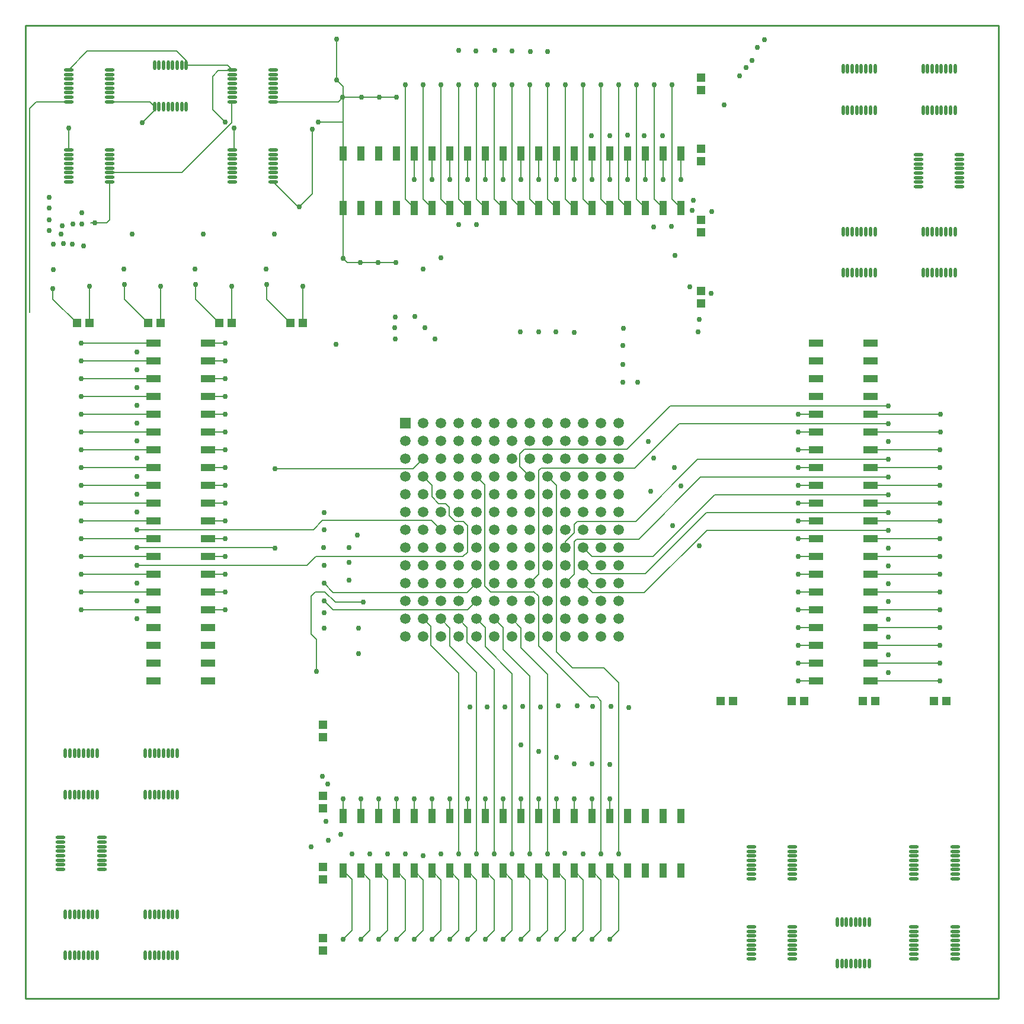
<source format=gbl>
G04 Layer_Physical_Order=4*
G04 Layer_Color=16711680*
%FSLAX25Y25*%
%MOIN*%
G70*
G01*
G75*
%ADD11O,0.01870X0.05512*%
%ADD12R,0.03937X0.07874*%
%ADD13R,0.07874X0.03937*%
%ADD14O,0.05512X0.01870*%
%ADD16R,0.05000X0.05000*%
%ADD17R,0.05000X0.05000*%
%ADD18C,0.00700*%
%ADD19C,0.01000*%
%ADD20C,0.05906*%
%ADD21R,0.05906X0.05906*%
%ADD22C,0.03000*%
D11*
X456793Y43114D02*
D03*
X459352D02*
D03*
X461911D02*
D03*
X464470D02*
D03*
X467029D02*
D03*
X469589D02*
D03*
X472148D02*
D03*
X474707D02*
D03*
X456793Y19886D02*
D03*
X459352D02*
D03*
X461911D02*
D03*
X464470D02*
D03*
X467029D02*
D03*
X469589D02*
D03*
X472148D02*
D03*
X474707D02*
D03*
X90607Y501886D02*
D03*
X88048D02*
D03*
X85489D02*
D03*
X82929D02*
D03*
X80370D02*
D03*
X77811D02*
D03*
X75252D02*
D03*
X72693D02*
D03*
X90607Y525114D02*
D03*
X88048D02*
D03*
X85489D02*
D03*
X82929D02*
D03*
X80370D02*
D03*
X77811D02*
D03*
X75252D02*
D03*
X72693D02*
D03*
X40457Y114886D02*
D03*
X37898D02*
D03*
X35339D02*
D03*
X32780D02*
D03*
X30220D02*
D03*
X27661D02*
D03*
X25102D02*
D03*
X22543D02*
D03*
X40457Y138114D02*
D03*
X37898D02*
D03*
X35339D02*
D03*
X32780D02*
D03*
X30220D02*
D03*
X27661D02*
D03*
X25102D02*
D03*
X22543D02*
D03*
X67543D02*
D03*
X70102D02*
D03*
X72661D02*
D03*
X75220D02*
D03*
X77780D02*
D03*
X80339D02*
D03*
X82898D02*
D03*
X85457D02*
D03*
X67543Y114886D02*
D03*
X70102D02*
D03*
X72661D02*
D03*
X75220D02*
D03*
X77780D02*
D03*
X80339D02*
D03*
X82898D02*
D03*
X85457D02*
D03*
X505043Y431614D02*
D03*
X507602D02*
D03*
X510161D02*
D03*
X512720D02*
D03*
X515280D02*
D03*
X517839D02*
D03*
X520398D02*
D03*
X522957D02*
D03*
X505043Y408386D02*
D03*
X507602D02*
D03*
X510161D02*
D03*
X512720D02*
D03*
X515280D02*
D03*
X517839D02*
D03*
X520398D02*
D03*
X522957D02*
D03*
X477957D02*
D03*
X475398D02*
D03*
X472839D02*
D03*
X470280D02*
D03*
X467720D02*
D03*
X465161D02*
D03*
X462602D02*
D03*
X460043D02*
D03*
X477957Y431614D02*
D03*
X475398D02*
D03*
X472839D02*
D03*
X470280D02*
D03*
X467720D02*
D03*
X465161D02*
D03*
X462602D02*
D03*
X460043D02*
D03*
X505043Y523114D02*
D03*
X507602D02*
D03*
X510161D02*
D03*
X512720D02*
D03*
X515280D02*
D03*
X517839D02*
D03*
X520398D02*
D03*
X522957D02*
D03*
X505043Y499886D02*
D03*
X507602D02*
D03*
X510161D02*
D03*
X512720D02*
D03*
X515280D02*
D03*
X517839D02*
D03*
X520398D02*
D03*
X522957D02*
D03*
X477957D02*
D03*
X475398D02*
D03*
X472839D02*
D03*
X470280D02*
D03*
X467720D02*
D03*
X465161D02*
D03*
X462602D02*
D03*
X460043D02*
D03*
X477957Y523114D02*
D03*
X475398D02*
D03*
X472839D02*
D03*
X470280D02*
D03*
X467720D02*
D03*
X465161D02*
D03*
X462602D02*
D03*
X460043D02*
D03*
X67543Y47614D02*
D03*
X70102D02*
D03*
X72661D02*
D03*
X75220D02*
D03*
X77780D02*
D03*
X80339D02*
D03*
X82898D02*
D03*
X85457D02*
D03*
X67543Y24386D02*
D03*
X70102D02*
D03*
X72661D02*
D03*
X75220D02*
D03*
X77780D02*
D03*
X80339D02*
D03*
X82898D02*
D03*
X85457D02*
D03*
X40457D02*
D03*
X37898D02*
D03*
X35339D02*
D03*
X32780D02*
D03*
X30220D02*
D03*
X27661D02*
D03*
X25102D02*
D03*
X22543D02*
D03*
X40457Y47614D02*
D03*
X37898D02*
D03*
X35339D02*
D03*
X32780D02*
D03*
X30220D02*
D03*
X27661D02*
D03*
X25102D02*
D03*
X22543D02*
D03*
D12*
X328750Y444646D02*
D03*
X348750D02*
D03*
X358750D02*
D03*
X368750D02*
D03*
X338750D02*
D03*
X288750D02*
D03*
X318750D02*
D03*
X308750D02*
D03*
X298750D02*
D03*
X278750D02*
D03*
X238750D02*
D03*
X268750D02*
D03*
X258750D02*
D03*
X248750D02*
D03*
X228750D02*
D03*
X188750D02*
D03*
X218750D02*
D03*
X208750D02*
D03*
X198750D02*
D03*
X178750D02*
D03*
Y475354D02*
D03*
X198750D02*
D03*
X208750D02*
D03*
X218750D02*
D03*
X188750D02*
D03*
X228750D02*
D03*
X248750D02*
D03*
X258750D02*
D03*
X268750D02*
D03*
X238750D02*
D03*
X278750D02*
D03*
X298750D02*
D03*
X308750D02*
D03*
X318750D02*
D03*
X288750D02*
D03*
X338750D02*
D03*
X368750D02*
D03*
X358750D02*
D03*
X348750D02*
D03*
X328750D02*
D03*
X218750Y102854D02*
D03*
X198750D02*
D03*
X188750D02*
D03*
X178750D02*
D03*
X208750D02*
D03*
X258750D02*
D03*
X228750D02*
D03*
X238750D02*
D03*
X248750D02*
D03*
X268750D02*
D03*
X308750D02*
D03*
X278750D02*
D03*
X288750D02*
D03*
X298750D02*
D03*
X318750D02*
D03*
X358750D02*
D03*
X328750D02*
D03*
X338750D02*
D03*
X348750D02*
D03*
X368750D02*
D03*
Y72146D02*
D03*
X348750D02*
D03*
X338750D02*
D03*
X328750D02*
D03*
X358750D02*
D03*
X318750D02*
D03*
X298750D02*
D03*
X288750D02*
D03*
X278750D02*
D03*
X308750D02*
D03*
X268750D02*
D03*
X248750D02*
D03*
X238750D02*
D03*
X228750D02*
D03*
X258750D02*
D03*
X208750D02*
D03*
X178750D02*
D03*
X188750D02*
D03*
X198750D02*
D03*
X218750D02*
D03*
D13*
X444646Y218750D02*
D03*
Y198750D02*
D03*
Y188750D02*
D03*
Y178750D02*
D03*
Y208750D02*
D03*
Y258750D02*
D03*
Y228750D02*
D03*
Y238750D02*
D03*
Y248750D02*
D03*
Y268750D02*
D03*
Y308750D02*
D03*
Y278750D02*
D03*
Y288750D02*
D03*
Y298750D02*
D03*
Y318750D02*
D03*
Y358750D02*
D03*
Y328750D02*
D03*
Y338750D02*
D03*
Y348750D02*
D03*
Y368750D02*
D03*
X475354D02*
D03*
Y348750D02*
D03*
Y338750D02*
D03*
Y328750D02*
D03*
Y358750D02*
D03*
Y318750D02*
D03*
Y298750D02*
D03*
Y288750D02*
D03*
Y278750D02*
D03*
Y308750D02*
D03*
Y268750D02*
D03*
Y248750D02*
D03*
Y238750D02*
D03*
Y228750D02*
D03*
Y258750D02*
D03*
Y208750D02*
D03*
Y178750D02*
D03*
Y188750D02*
D03*
Y198750D02*
D03*
Y218750D02*
D03*
X102854Y328750D02*
D03*
Y348750D02*
D03*
Y358750D02*
D03*
Y368750D02*
D03*
Y338750D02*
D03*
Y288750D02*
D03*
Y318750D02*
D03*
Y308750D02*
D03*
Y298750D02*
D03*
Y278750D02*
D03*
Y238750D02*
D03*
Y268750D02*
D03*
Y258750D02*
D03*
Y248750D02*
D03*
Y228750D02*
D03*
Y188750D02*
D03*
Y218750D02*
D03*
Y208750D02*
D03*
Y198750D02*
D03*
Y178750D02*
D03*
X72146D02*
D03*
Y198750D02*
D03*
Y208750D02*
D03*
Y218750D02*
D03*
Y188750D02*
D03*
Y228750D02*
D03*
Y248750D02*
D03*
Y258750D02*
D03*
Y268750D02*
D03*
Y238750D02*
D03*
Y278750D02*
D03*
Y298750D02*
D03*
Y308750D02*
D03*
Y318750D02*
D03*
Y288750D02*
D03*
Y338750D02*
D03*
Y368750D02*
D03*
Y358750D02*
D03*
Y348750D02*
D03*
Y328750D02*
D03*
D14*
X43114Y90707D02*
D03*
Y88148D02*
D03*
Y85589D02*
D03*
Y83030D02*
D03*
Y80471D02*
D03*
Y77911D02*
D03*
Y75352D02*
D03*
Y72793D02*
D03*
X19886Y90707D02*
D03*
Y88148D02*
D03*
Y85589D02*
D03*
Y83030D02*
D03*
Y80471D02*
D03*
Y77911D02*
D03*
Y75352D02*
D03*
Y72793D02*
D03*
X525614Y474707D02*
D03*
Y472148D02*
D03*
Y469589D02*
D03*
Y467029D02*
D03*
Y464470D02*
D03*
Y461911D02*
D03*
Y459352D02*
D03*
Y456793D02*
D03*
X502386Y474707D02*
D03*
Y472148D02*
D03*
Y469589D02*
D03*
Y467029D02*
D03*
Y464470D02*
D03*
Y461911D02*
D03*
Y459352D02*
D03*
Y456793D02*
D03*
X499886Y67543D02*
D03*
Y70102D02*
D03*
Y72661D02*
D03*
Y75220D02*
D03*
Y77780D02*
D03*
Y80339D02*
D03*
Y82898D02*
D03*
Y85457D02*
D03*
X523114Y67543D02*
D03*
Y70102D02*
D03*
Y72661D02*
D03*
Y75220D02*
D03*
Y77780D02*
D03*
Y80339D02*
D03*
Y82898D02*
D03*
Y85457D02*
D03*
X431614Y40457D02*
D03*
Y37898D02*
D03*
Y35339D02*
D03*
Y32780D02*
D03*
Y30220D02*
D03*
Y27661D02*
D03*
Y25102D02*
D03*
Y22543D02*
D03*
X408386Y40457D02*
D03*
Y37898D02*
D03*
Y35339D02*
D03*
Y32780D02*
D03*
Y30220D02*
D03*
Y27661D02*
D03*
Y25102D02*
D03*
Y22543D02*
D03*
Y67543D02*
D03*
Y70102D02*
D03*
Y72661D02*
D03*
Y75220D02*
D03*
Y77780D02*
D03*
Y80339D02*
D03*
Y82898D02*
D03*
Y85457D02*
D03*
X431614Y67543D02*
D03*
Y70102D02*
D03*
Y72661D02*
D03*
Y75220D02*
D03*
Y77780D02*
D03*
Y80339D02*
D03*
Y82898D02*
D03*
Y85457D02*
D03*
X47614Y477457D02*
D03*
Y474898D02*
D03*
Y472339D02*
D03*
Y469780D02*
D03*
Y467220D02*
D03*
Y464661D02*
D03*
Y462102D02*
D03*
Y459543D02*
D03*
X24386Y477457D02*
D03*
Y474898D02*
D03*
Y472339D02*
D03*
Y469780D02*
D03*
Y467220D02*
D03*
Y464661D02*
D03*
Y462102D02*
D03*
Y459543D02*
D03*
X139614Y477457D02*
D03*
Y474898D02*
D03*
Y472339D02*
D03*
Y469780D02*
D03*
Y467220D02*
D03*
Y464661D02*
D03*
Y462102D02*
D03*
Y459543D02*
D03*
X116386Y477457D02*
D03*
Y474898D02*
D03*
Y472339D02*
D03*
Y469780D02*
D03*
Y467220D02*
D03*
Y464661D02*
D03*
Y462102D02*
D03*
Y459543D02*
D03*
X116386Y504543D02*
D03*
Y507102D02*
D03*
Y509661D02*
D03*
Y512220D02*
D03*
Y514780D02*
D03*
Y517339D02*
D03*
Y519898D02*
D03*
Y522457D02*
D03*
X139614Y504543D02*
D03*
Y507102D02*
D03*
Y509661D02*
D03*
Y512220D02*
D03*
Y514780D02*
D03*
Y517339D02*
D03*
Y519898D02*
D03*
Y522457D02*
D03*
X523114Y40457D02*
D03*
Y37898D02*
D03*
Y35339D02*
D03*
Y32780D02*
D03*
Y30220D02*
D03*
Y27661D02*
D03*
Y25102D02*
D03*
Y22543D02*
D03*
X499886Y40457D02*
D03*
Y37898D02*
D03*
Y35339D02*
D03*
Y32780D02*
D03*
Y30220D02*
D03*
Y27661D02*
D03*
Y25102D02*
D03*
Y22543D02*
D03*
X24386Y504543D02*
D03*
Y507102D02*
D03*
Y509661D02*
D03*
Y512220D02*
D03*
Y514780D02*
D03*
Y517339D02*
D03*
Y519898D02*
D03*
Y522457D02*
D03*
X47614Y504543D02*
D03*
Y507102D02*
D03*
Y509661D02*
D03*
Y512220D02*
D03*
Y514780D02*
D03*
Y517339D02*
D03*
Y519898D02*
D03*
Y522457D02*
D03*
D16*
X511000Y167500D02*
D03*
X518000D02*
D03*
X431000D02*
D03*
X438000D02*
D03*
X471000D02*
D03*
X478000D02*
D03*
X391000D02*
D03*
X398000D02*
D03*
X156200Y380000D02*
D03*
X149200D02*
D03*
X116200D02*
D03*
X109200D02*
D03*
X76200D02*
D03*
X69200D02*
D03*
X36200D02*
D03*
X29200D02*
D03*
D17*
X167500Y114000D02*
D03*
Y107000D02*
D03*
Y154000D02*
D03*
Y147000D02*
D03*
Y74000D02*
D03*
Y67000D02*
D03*
Y34000D02*
D03*
Y27000D02*
D03*
X380000Y391000D02*
D03*
Y398000D02*
D03*
Y431000D02*
D03*
Y438000D02*
D03*
Y471000D02*
D03*
Y478000D02*
D03*
Y511000D02*
D03*
Y518000D02*
D03*
D18*
X2350Y386000D02*
Y500900D01*
X5993Y504543D01*
X24386D01*
X116200Y492870D02*
Y504358D01*
X87992Y464661D02*
X116200Y492870D01*
Y504358D02*
X116386Y504543D01*
X47614Y464661D02*
X87992D01*
X15600Y393600D02*
X29200Y380000D01*
X15600Y393600D02*
Y399400D01*
X55700Y393500D02*
X69200Y380000D01*
X55700Y393500D02*
Y401700D01*
X95700Y393500D02*
X109200Y380000D01*
X95700Y393500D02*
Y401700D01*
X135700Y393500D02*
X149200Y380000D01*
X135700Y393500D02*
Y401700D01*
X156100Y380100D02*
Y400700D01*
Y380100D02*
X156200Y380000D01*
X116100Y380100D02*
Y400700D01*
Y380100D02*
X116200Y380000D01*
X76100Y380100D02*
Y400700D01*
Y380100D02*
X76200Y380000D01*
X36100Y380100D02*
X36200Y380000D01*
X36100Y380100D02*
Y400700D01*
X90333Y525388D02*
X90607Y525114D01*
X90333Y525388D02*
Y527881D01*
X85214Y533000D02*
X90333Y527881D01*
X34929Y533000D02*
X85214D01*
X24386Y522457D02*
X34929Y533000D01*
X24386Y477457D02*
X24400Y477471D01*
Y489900D01*
X47614Y438114D02*
Y459543D01*
X45900Y436400D02*
X47614Y438114D01*
X36800Y436400D02*
X45900D01*
X72693Y499793D02*
Y501886D01*
X65800Y492900D02*
X72693Y499793D01*
X70036Y504543D02*
X72693Y501886D01*
X47614Y504543D02*
X70036D01*
X161300Y452700D02*
Y489100D01*
X154200Y445600D02*
X161300Y452700D01*
X153558Y445600D02*
X154200D01*
X139614Y459543D02*
X153558Y445600D01*
X90607Y525114D02*
X113728D01*
X116386Y522457D01*
X108583Y522183D02*
X116112D01*
X105300Y518900D02*
X108583Y522183D01*
X105300Y500200D02*
Y518900D01*
Y500200D02*
X112400Y493100D01*
X116112Y522183D02*
X116386Y522457D01*
X178750Y493100D02*
Y507100D01*
Y513150D01*
X176043Y504543D02*
X178600Y507100D01*
X139614Y504543D02*
X176043D01*
X116386Y477457D02*
X117500Y478571D01*
Y489900D01*
X178750Y475354D02*
Y493100D01*
X164700D02*
X178750D01*
X175200Y516700D02*
Y539900D01*
X199000Y507100D02*
X208700D01*
X189100D02*
X199000D01*
X178750D02*
X189100D01*
X178600D02*
X178750D01*
X175200Y516700D02*
X178750Y513150D01*
Y444646D02*
Y475354D01*
Y416450D02*
X181204Y413996D01*
X178750Y416450D02*
Y444646D01*
X181204Y413996D02*
X188600D01*
X198600D02*
X208600D01*
X188600D02*
X198600D01*
X283750Y233750D02*
X288700Y238700D01*
Y297100D01*
X290000Y298400D01*
X280700Y309200D02*
X338600D01*
X278100Y306600D02*
X280700Y309200D01*
X278100Y299400D02*
Y306600D01*
Y299400D02*
X283750Y293750D01*
X285600Y228900D02*
X285900Y229200D01*
X261800Y228900D02*
X285600D01*
X258500Y232200D02*
X261800Y228900D01*
X285900Y229200D02*
X288700Y226400D01*
X258500Y232200D02*
Y289000D01*
X290000Y298400D02*
X342700D01*
X367700Y323400D01*
X485500D01*
X338600Y309200D02*
X362800Y333400D01*
X485500D01*
X378100Y303400D02*
X485500D01*
X343300Y268600D02*
X378100Y303400D01*
X310600Y268600D02*
X343300D01*
X308700Y266700D02*
X310600Y268600D01*
X308700Y262100D02*
Y266700D01*
X303750Y257150D02*
X308700Y262100D01*
X303750Y253750D02*
Y257150D01*
Y233750D02*
X308700Y238700D01*
Y257000D01*
X310200Y258500D01*
X345000D01*
X379900Y293400D01*
X485500D01*
X313750Y253750D02*
X318800Y248700D01*
X353100D01*
X387800Y283400D01*
X485500D01*
X348700Y239000D02*
X383100Y273400D01*
X318500Y239000D02*
X348700D01*
X313750Y243750D02*
X318500Y239000D01*
X383100Y273400D02*
X485500D01*
X313750Y233550D02*
X319000Y228300D01*
X313750Y233550D02*
Y233750D01*
X319000Y228300D02*
X348200D01*
X383300Y263400D01*
X485500D01*
X514804Y328750D02*
X515054Y328500D01*
X475809Y328750D02*
X514804D01*
Y318750D02*
X515054Y318500D01*
X475809Y318750D02*
X514804D01*
X475354D02*
X514350D01*
X514600Y318500D01*
X475354Y308750D02*
X514350D01*
X514600Y308500D01*
X475354Y298750D02*
X514350D01*
X514600Y298500D01*
X475354Y288750D02*
X514350D01*
X514600Y288500D01*
X475354Y278750D02*
X514350D01*
X514600Y278500D01*
X475354Y258750D02*
X514350D01*
X514600Y258500D01*
X475354Y268750D02*
X514350D01*
X514600Y268500D01*
X475354Y248750D02*
X514350D01*
X514600Y248500D01*
X475354Y238750D02*
X514350D01*
X514600Y238500D01*
X475354Y228750D02*
X514350D01*
X514600Y228500D01*
X475354Y218750D02*
X514350D01*
X514600Y218500D01*
X475354Y208750D02*
X514350D01*
X514600Y208500D01*
X475354Y198750D02*
X514350D01*
X514600Y198500D01*
X475354Y188750D02*
X514350D01*
X514600Y188500D01*
X514350Y178750D02*
X514600Y178500D01*
X475354Y178750D02*
X514350D01*
X333800Y81300D02*
Y177700D01*
X293946Y81446D02*
Y182554D01*
X293800Y81300D02*
X293946Y81446D01*
X278900Y197600D02*
X293946Y182554D01*
X263946Y81446D02*
Y185154D01*
X263800Y81300D02*
X263946Y81446D01*
X248600Y200500D02*
X263946Y185154D01*
X253946Y81446D02*
Y183454D01*
X253800Y81300D02*
X253946Y81446D01*
X238900Y198500D02*
X253946Y183454D01*
X323800Y81300D02*
Y167600D01*
X321700Y169700D02*
X323800Y167600D01*
X317400Y169700D02*
X321700D01*
X325500Y186000D02*
X333800Y177700D01*
X434950Y178750D02*
X444646D01*
X434950Y188750D02*
X444646D01*
X434950Y198750D02*
X444646D01*
X434950Y208750D02*
X444646D01*
X434950Y218750D02*
X444646D01*
X434950Y228750D02*
X444646D01*
X434950Y238750D02*
X444646D01*
X434950Y248750D02*
X444646D01*
X434950Y258750D02*
X444646D01*
X434950Y268750D02*
X444646D01*
X434950Y278750D02*
X444646D01*
X434950Y288750D02*
X444646D01*
X434950Y298750D02*
X444646D01*
X434950Y308750D02*
X444646D01*
X434950Y318750D02*
X444646D01*
X434950Y328750D02*
X444646D01*
X172954Y218900D02*
X248900D01*
X174300Y223000D02*
X190200D01*
X168500Y228800D02*
X174300Y223000D01*
X163200Y228800D02*
X168500D01*
X160900Y226500D02*
X163200Y228800D01*
X160900Y205000D02*
Y226500D01*
Y205000D02*
X163700Y202200D01*
Y184000D02*
Y202200D01*
X218200Y298200D02*
X223750Y303750D01*
X140400Y298200D02*
X218200D01*
X62850Y253850D02*
X140450D01*
X140500Y253800D01*
X223750Y293750D02*
X228700Y288800D01*
Y282300D02*
Y288800D01*
Y282300D02*
X232500Y278500D01*
X236400D01*
X238400Y276500D01*
Y271700D02*
Y276500D01*
Y271700D02*
X241700Y268400D01*
X246300D01*
X248700Y266000D01*
Y251200D02*
Y266000D01*
X246200Y248700D02*
X248700Y251200D01*
X163300Y248700D02*
X246200D01*
X158450Y243850D02*
X163300Y248700D01*
X62850Y243850D02*
X158450D01*
X228500Y269000D02*
X233750Y263750D01*
X167200Y269000D02*
X228500D01*
X162050Y263850D02*
X167200Y269000D01*
X62850Y263850D02*
X162050D01*
X167954Y223900D02*
X172954Y218900D01*
X248900D02*
X253750Y223750D01*
X248600Y228600D02*
X253750Y233750D01*
X173254Y228600D02*
X248600D01*
X167954Y233900D02*
X173254Y228600D01*
X102854Y218750D02*
X112550D01*
X102854Y228750D02*
X112550D01*
X102854Y238750D02*
X112550D01*
X102854Y248750D02*
X112550D01*
X102854Y258750D02*
X112550D01*
X102854Y268750D02*
X112550D01*
X102854Y278750D02*
X112550D01*
X102854Y288750D02*
X112550D01*
X102854Y298750D02*
X112550D01*
X102854Y308750D02*
X112550D01*
X102854Y318750D02*
X112550D01*
X102854Y328750D02*
X112550D01*
X102854Y338750D02*
X112550D01*
X102854Y348750D02*
X112550D01*
X102854Y358750D02*
X112550D01*
X102854Y368750D02*
X112550D01*
X31500D02*
X72146D01*
X31500Y218750D02*
X72146D01*
X31500Y228750D02*
X72146D01*
X31500Y238750D02*
X72146D01*
X31500Y248750D02*
X72146D01*
X31500Y258750D02*
X72146D01*
X31500Y268750D02*
X72146D01*
X31500Y278750D02*
X72146D01*
X31500Y288750D02*
X72146D01*
X31500Y298750D02*
X72146D01*
X31500Y308750D02*
X72146D01*
X31500Y318750D02*
X72146D01*
X31500Y328750D02*
X72146D01*
X31500Y338750D02*
X72146D01*
X31500Y348750D02*
X72146D01*
X31500Y358750D02*
X72146D01*
X288700Y198400D02*
X317400Y169700D01*
X288700Y198400D02*
Y226400D01*
X253750Y293750D02*
X258500Y289000D01*
X293750Y293750D02*
X298800Y288700D01*
Y195100D02*
Y288700D01*
Y195100D02*
X307900Y186000D01*
X325500D01*
X273750Y213750D02*
X278900Y208600D01*
Y197600D02*
Y208600D01*
X263750Y213750D02*
X268700Y208800D01*
Y196600D02*
Y208800D01*
Y196600D02*
X283946Y181354D01*
Y81446D02*
Y181354D01*
X283800Y81300D02*
X283946Y81446D01*
X253750Y213750D02*
X258800Y208700D01*
Y198000D02*
Y208700D01*
Y198000D02*
X273946Y182854D01*
Y81446D02*
Y182854D01*
X273800Y81300D02*
X273946Y81446D01*
X243750Y213750D02*
X248600Y208900D01*
Y200500D02*
Y208900D01*
X233750Y213750D02*
X238900Y208600D01*
Y198500D02*
Y208600D01*
X223750Y213750D02*
X228200Y209300D01*
Y198800D02*
Y209300D01*
Y198800D02*
X243800Y183200D01*
Y81300D02*
Y183200D01*
X328750Y33450D02*
X333850Y38550D01*
Y66946D01*
X328700Y72096D02*
X333850Y66946D01*
X318750Y33450D02*
X323850Y38550D01*
Y66946D01*
X318700Y72096D02*
X323850Y66946D01*
X308750Y33450D02*
X313850Y38550D01*
Y66946D01*
X308700Y72096D02*
X313850Y66946D01*
X298750Y33450D02*
X303850Y38550D01*
Y66946D01*
X298700Y72096D02*
X303850Y66946D01*
X288750Y33450D02*
X293850Y38550D01*
Y66946D01*
X288700Y72096D02*
X293850Y66946D01*
X278750Y33450D02*
X283850Y38550D01*
Y66946D01*
X278700Y72096D02*
X283850Y66946D01*
X268750Y33450D02*
X273850Y38550D01*
Y66946D01*
X268700Y72096D02*
X273850Y66946D01*
X258750Y33450D02*
X263850Y38550D01*
Y66946D01*
X258700Y72096D02*
X263850Y66946D01*
X248750Y33450D02*
X253850Y38550D01*
Y66946D01*
X248700Y72096D02*
X253850Y66946D01*
X238750Y33450D02*
X243850Y38550D01*
Y66946D01*
X238700Y72096D02*
X243850Y66946D01*
X228750Y33450D02*
X233850Y38550D01*
Y66946D01*
X228700Y72096D02*
X233850Y66946D01*
X218700Y72096D02*
X223850Y66946D01*
Y38550D02*
Y66946D01*
X218750Y33450D02*
X223850Y38550D01*
X208700Y72096D02*
X213850Y66946D01*
Y38550D02*
Y66946D01*
X208750Y33450D02*
X213850Y38550D01*
X188700Y72096D02*
X193850Y66946D01*
Y38550D02*
Y66946D01*
X188750Y33450D02*
X193850Y38550D01*
X198700Y72096D02*
X203850Y66946D01*
Y38550D02*
Y66946D01*
X198750Y33450D02*
X203850Y38550D01*
X178800Y33500D02*
X183900Y38600D01*
Y66996D01*
X178750Y72146D02*
X183900Y66996D01*
X328750Y102854D02*
Y112450D01*
X318750Y102854D02*
Y112450D01*
X308750Y102854D02*
Y112450D01*
X298750Y102854D02*
Y112450D01*
X288750Y102854D02*
Y112450D01*
X278750Y102854D02*
Y112450D01*
X268750Y102854D02*
Y112450D01*
X258750Y102854D02*
Y112450D01*
X248750Y102854D02*
Y112450D01*
X238750Y102854D02*
Y112450D01*
X228750Y102854D02*
Y112450D01*
X218750Y102854D02*
Y112450D01*
X208750Y102854D02*
Y112450D01*
X198750Y102854D02*
Y112450D01*
X188750Y102854D02*
Y112450D01*
X178750Y102854D02*
Y112450D01*
X213700Y449696D02*
X218750Y444646D01*
X213700Y449696D02*
Y514200D01*
X223700Y449696D02*
X228750Y444646D01*
X223700Y449696D02*
Y514200D01*
X363700Y449696D02*
X368750Y444646D01*
X363700Y449696D02*
Y514200D01*
X353700Y449696D02*
X358750Y444646D01*
X353700Y449696D02*
Y514200D01*
X343700Y449696D02*
X348750Y444646D01*
X343700Y449696D02*
Y514200D01*
X333700Y449696D02*
X338750Y444646D01*
X333700Y449696D02*
Y514200D01*
X323700Y449696D02*
X328750Y444646D01*
X323700Y449696D02*
Y514200D01*
X313700Y449696D02*
X318750Y444646D01*
X313700Y449696D02*
Y514200D01*
X303700Y449696D02*
X308750Y444646D01*
X303700Y449696D02*
Y514200D01*
X293700Y449696D02*
X298750Y444646D01*
X293700Y449696D02*
Y514200D01*
X283700Y449696D02*
X288750Y444646D01*
X283700Y449696D02*
Y514200D01*
X273700Y449696D02*
X278750Y444646D01*
X273700Y449696D02*
Y514200D01*
X263700Y449696D02*
X268750Y444646D01*
X263700Y449696D02*
Y514200D01*
X253700Y449696D02*
X258750Y444646D01*
X253700Y449696D02*
Y514200D01*
X243700Y449696D02*
X248750Y444646D01*
X243700Y449696D02*
Y514200D01*
X233700Y449696D02*
Y514200D01*
Y449696D02*
X238750Y444646D01*
X368750Y460650D02*
Y475354D01*
X358750Y460650D02*
Y475354D01*
X348750Y460650D02*
Y475354D01*
X338750Y460650D02*
Y475354D01*
X328750Y460650D02*
Y475354D01*
X318750Y460650D02*
Y475354D01*
X308750Y460650D02*
Y475354D01*
X298750Y460650D02*
Y475354D01*
X288750Y460650D02*
Y475354D01*
X278750Y460650D02*
Y475354D01*
X268750Y460650D02*
Y475354D01*
X258750Y460650D02*
Y475354D01*
X248750Y460650D02*
Y475354D01*
X238750Y460650D02*
Y475354D01*
X228750Y460650D02*
Y475354D01*
X218750Y460650D02*
Y475354D01*
D19*
X0Y0D02*
Y547500D01*
X547500D01*
Y0D02*
Y547500D01*
X0Y0D02*
X547500D01*
D20*
X333750Y203750D02*
D03*
Y213750D02*
D03*
Y223750D02*
D03*
Y233750D02*
D03*
Y243750D02*
D03*
Y253750D02*
D03*
Y263750D02*
D03*
Y273750D02*
D03*
Y283750D02*
D03*
Y293750D02*
D03*
Y303750D02*
D03*
Y313750D02*
D03*
Y323750D02*
D03*
X323750Y203750D02*
D03*
Y213750D02*
D03*
Y223750D02*
D03*
Y233750D02*
D03*
Y243750D02*
D03*
Y253750D02*
D03*
Y263750D02*
D03*
Y273750D02*
D03*
Y283750D02*
D03*
Y293750D02*
D03*
Y303750D02*
D03*
Y313750D02*
D03*
Y323750D02*
D03*
X313750Y203750D02*
D03*
Y213750D02*
D03*
Y223750D02*
D03*
Y233750D02*
D03*
Y243750D02*
D03*
Y253750D02*
D03*
Y263750D02*
D03*
Y273750D02*
D03*
Y283750D02*
D03*
Y293750D02*
D03*
Y303750D02*
D03*
Y313750D02*
D03*
Y323750D02*
D03*
X303750Y203750D02*
D03*
Y213750D02*
D03*
Y223750D02*
D03*
Y233750D02*
D03*
Y243750D02*
D03*
Y253750D02*
D03*
Y263750D02*
D03*
Y273750D02*
D03*
Y283750D02*
D03*
Y293750D02*
D03*
Y303750D02*
D03*
Y313750D02*
D03*
Y323750D02*
D03*
X293750Y203750D02*
D03*
Y213750D02*
D03*
Y223750D02*
D03*
Y233750D02*
D03*
Y243750D02*
D03*
Y253750D02*
D03*
Y263750D02*
D03*
Y273750D02*
D03*
Y283750D02*
D03*
Y293750D02*
D03*
Y303750D02*
D03*
Y313750D02*
D03*
Y323750D02*
D03*
X283750Y203750D02*
D03*
Y213750D02*
D03*
Y223750D02*
D03*
Y233750D02*
D03*
Y243750D02*
D03*
Y253750D02*
D03*
Y263750D02*
D03*
Y273750D02*
D03*
Y283750D02*
D03*
Y293750D02*
D03*
Y303750D02*
D03*
Y313750D02*
D03*
Y323750D02*
D03*
X273750Y203750D02*
D03*
Y213750D02*
D03*
Y223750D02*
D03*
Y233750D02*
D03*
Y243750D02*
D03*
Y253750D02*
D03*
Y263750D02*
D03*
Y273750D02*
D03*
Y283750D02*
D03*
Y293750D02*
D03*
Y303750D02*
D03*
Y313750D02*
D03*
Y323750D02*
D03*
X263750Y203750D02*
D03*
Y213750D02*
D03*
Y223750D02*
D03*
Y233750D02*
D03*
Y243750D02*
D03*
Y253750D02*
D03*
Y263750D02*
D03*
Y273750D02*
D03*
Y283750D02*
D03*
Y293750D02*
D03*
Y303750D02*
D03*
Y313750D02*
D03*
Y323750D02*
D03*
X253750Y203750D02*
D03*
Y213750D02*
D03*
Y223750D02*
D03*
Y233750D02*
D03*
Y243750D02*
D03*
Y253750D02*
D03*
Y263750D02*
D03*
Y273750D02*
D03*
Y283750D02*
D03*
Y293750D02*
D03*
Y303750D02*
D03*
Y313750D02*
D03*
Y323750D02*
D03*
X243750Y203750D02*
D03*
Y213750D02*
D03*
Y223750D02*
D03*
Y233750D02*
D03*
Y243750D02*
D03*
Y253750D02*
D03*
Y263750D02*
D03*
Y273750D02*
D03*
Y283750D02*
D03*
Y293750D02*
D03*
Y303750D02*
D03*
Y313750D02*
D03*
Y323750D02*
D03*
X233750Y203750D02*
D03*
Y213750D02*
D03*
Y223750D02*
D03*
Y233750D02*
D03*
Y243750D02*
D03*
Y253750D02*
D03*
Y263750D02*
D03*
Y273750D02*
D03*
Y283750D02*
D03*
Y293750D02*
D03*
Y303750D02*
D03*
Y313750D02*
D03*
Y323750D02*
D03*
X223750Y203750D02*
D03*
Y213750D02*
D03*
Y223750D02*
D03*
Y233750D02*
D03*
Y243750D02*
D03*
Y253750D02*
D03*
Y263750D02*
D03*
Y273750D02*
D03*
Y283750D02*
D03*
Y293750D02*
D03*
Y303750D02*
D03*
Y313750D02*
D03*
Y323750D02*
D03*
X213750Y203750D02*
D03*
Y213750D02*
D03*
Y223750D02*
D03*
Y233750D02*
D03*
Y243750D02*
D03*
Y253750D02*
D03*
Y263750D02*
D03*
Y273750D02*
D03*
Y283750D02*
D03*
Y293750D02*
D03*
Y303750D02*
D03*
Y313750D02*
D03*
D21*
Y323750D02*
D03*
D22*
X156100Y400700D02*
D03*
X116100D02*
D03*
X76100D02*
D03*
X36100D02*
D03*
X39100Y436400D02*
D03*
X21500Y424800D02*
D03*
X26300Y424300D02*
D03*
X32700Y423500D02*
D03*
X20900Y434800D02*
D03*
X26800Y435800D02*
D03*
X31700Y435900D02*
D03*
Y442200D02*
D03*
X135566Y410514D02*
D03*
X95566D02*
D03*
X55566D02*
D03*
X15763Y410200D02*
D03*
X15800Y424600D02*
D03*
X13400Y432100D02*
D03*
X13600Y438100D02*
D03*
X13500Y444900D02*
D03*
X13362Y450638D02*
D03*
X15600Y399400D02*
D03*
X24400Y489900D02*
D03*
X135700Y401700D02*
D03*
X95700D02*
D03*
X55700D02*
D03*
X20100Y430000D02*
D03*
X60100D02*
D03*
X100100D02*
D03*
X140100D02*
D03*
X65800Y492900D02*
D03*
X154200Y445600D02*
D03*
X161400Y489100D02*
D03*
X117500Y489900D02*
D03*
X112400Y493100D02*
D03*
X164700D02*
D03*
X175200Y539900D02*
D03*
X189100Y507100D02*
D03*
X199000D02*
D03*
X208700D02*
D03*
X178600D02*
D03*
X175200Y516700D02*
D03*
X178750Y416300D02*
D03*
X208600Y413996D02*
D03*
X198600D02*
D03*
X188600D02*
D03*
X485500Y333400D02*
D03*
Y323400D02*
D03*
Y313400D02*
D03*
Y303400D02*
D03*
Y293400D02*
D03*
Y283400D02*
D03*
Y273400D02*
D03*
Y263400D02*
D03*
Y253400D02*
D03*
Y243400D02*
D03*
Y233400D02*
D03*
Y223400D02*
D03*
Y213400D02*
D03*
Y203400D02*
D03*
Y193400D02*
D03*
Y183400D02*
D03*
X514804Y328750D02*
D03*
Y318750D02*
D03*
X514350Y308750D02*
D03*
Y298750D02*
D03*
Y288750D02*
D03*
Y278750D02*
D03*
Y258750D02*
D03*
Y268750D02*
D03*
Y248750D02*
D03*
Y238750D02*
D03*
Y228750D02*
D03*
Y218750D02*
D03*
Y208750D02*
D03*
Y198750D02*
D03*
Y188750D02*
D03*
Y178750D02*
D03*
X339300Y163902D02*
D03*
X329400Y164300D02*
D03*
X319200D02*
D03*
X310500Y164700D02*
D03*
X299700D02*
D03*
X289800Y164100D02*
D03*
X279800Y164300D02*
D03*
X269800Y164200D02*
D03*
X259900Y164100D02*
D03*
X250100Y164204D02*
D03*
X434950Y178750D02*
D03*
Y188750D02*
D03*
Y198750D02*
D03*
Y208750D02*
D03*
Y218750D02*
D03*
Y228750D02*
D03*
Y238750D02*
D03*
Y248750D02*
D03*
Y258750D02*
D03*
Y268750D02*
D03*
Y278750D02*
D03*
Y288750D02*
D03*
Y298750D02*
D03*
Y308750D02*
D03*
Y318750D02*
D03*
Y328750D02*
D03*
X350400Y313400D02*
D03*
X353600Y304100D02*
D03*
X365050Y298750D02*
D03*
X368800Y288600D02*
D03*
X351700Y285600D02*
D03*
X364100Y266100D02*
D03*
X379200Y254900D02*
D03*
X187400Y208400D02*
D03*
X187300Y194200D02*
D03*
X190200Y223000D02*
D03*
X163700Y184000D02*
D03*
X140400Y298200D02*
D03*
Y253600D02*
D03*
X62850Y233850D02*
D03*
Y213850D02*
D03*
Y223850D02*
D03*
Y243850D02*
D03*
Y253850D02*
D03*
Y263850D02*
D03*
Y273850D02*
D03*
Y283850D02*
D03*
Y293850D02*
D03*
X62696Y304004D02*
D03*
X62850Y313850D02*
D03*
Y323850D02*
D03*
Y333850D02*
D03*
Y343850D02*
D03*
Y353850D02*
D03*
Y363850D02*
D03*
X167954Y223900D02*
D03*
X168000Y217100D02*
D03*
Y208300D02*
D03*
X167954Y233900D02*
D03*
Y243900D02*
D03*
X168004Y273600D02*
D03*
X167954Y263900D02*
D03*
X167700Y253900D02*
D03*
X182100Y235600D02*
D03*
Y245400D02*
D03*
X182200Y253700D02*
D03*
X186900Y260700D02*
D03*
X112550Y218750D02*
D03*
Y228750D02*
D03*
Y238750D02*
D03*
Y248750D02*
D03*
Y258750D02*
D03*
Y268750D02*
D03*
Y278750D02*
D03*
Y288750D02*
D03*
Y298750D02*
D03*
Y308750D02*
D03*
Y318750D02*
D03*
Y328750D02*
D03*
Y338750D02*
D03*
Y348750D02*
D03*
Y358750D02*
D03*
Y368750D02*
D03*
X31500D02*
D03*
Y218750D02*
D03*
Y228750D02*
D03*
Y238750D02*
D03*
Y248750D02*
D03*
Y258750D02*
D03*
Y268750D02*
D03*
Y278750D02*
D03*
Y288750D02*
D03*
Y298750D02*
D03*
Y308750D02*
D03*
Y318750D02*
D03*
Y328750D02*
D03*
Y338750D02*
D03*
Y348750D02*
D03*
Y358750D02*
D03*
X333800Y81300D02*
D03*
X323800D02*
D03*
X313800D02*
D03*
X303450Y81746D02*
D03*
X293800Y81300D02*
D03*
X283800D02*
D03*
X273800D02*
D03*
X263800D02*
D03*
X253800D02*
D03*
X243800D02*
D03*
X233800D02*
D03*
X223800Y80546D02*
D03*
X213800Y81300D02*
D03*
X203800D02*
D03*
X193800D02*
D03*
X183800D02*
D03*
X328800Y131800D02*
D03*
X318800Y132000D02*
D03*
X308800D02*
D03*
X298800Y135800D02*
D03*
X288700Y139100D02*
D03*
X278700Y142700D02*
D03*
X328750Y33450D02*
D03*
X318750D02*
D03*
X308750D02*
D03*
X298750D02*
D03*
X288750D02*
D03*
X278750D02*
D03*
X268750D02*
D03*
X258750D02*
D03*
X248750D02*
D03*
X238750D02*
D03*
X228750D02*
D03*
X218750D02*
D03*
X208750D02*
D03*
X188750D02*
D03*
X198750D02*
D03*
X178800Y33500D02*
D03*
X328750Y112450D02*
D03*
X318750D02*
D03*
X308750D02*
D03*
X298750D02*
D03*
X288750D02*
D03*
X278750D02*
D03*
X268750D02*
D03*
X258750D02*
D03*
X248750D02*
D03*
X238750D02*
D03*
X228750D02*
D03*
X218750D02*
D03*
X208750D02*
D03*
X198750D02*
D03*
X188750D02*
D03*
X178750D02*
D03*
X358500Y485600D02*
D03*
X338800Y485700D02*
D03*
X348200Y485300D02*
D03*
X328900Y485500D02*
D03*
X318500Y485300D02*
D03*
X253700Y435600D02*
D03*
X243700Y435300D02*
D03*
X233700Y416700D02*
D03*
X223700Y410600D02*
D03*
X174800Y368200D02*
D03*
X230400Y371200D02*
D03*
X208000D02*
D03*
X224700Y377400D02*
D03*
X207900D02*
D03*
X219000Y383700D02*
D03*
X208100Y383600D02*
D03*
X243700Y533600D02*
D03*
X253600Y533100D02*
D03*
X264100Y533300D02*
D03*
X284100Y532700D02*
D03*
X273700Y533200D02*
D03*
X293800Y532900D02*
D03*
X213700Y514200D02*
D03*
X223700D02*
D03*
X363700D02*
D03*
X353700D02*
D03*
X343700D02*
D03*
X333700D02*
D03*
X323700D02*
D03*
X313700D02*
D03*
X303700D02*
D03*
X293700D02*
D03*
X283700D02*
D03*
X273700D02*
D03*
X263700D02*
D03*
X253700D02*
D03*
X243700D02*
D03*
X233700D02*
D03*
X368750Y460650D02*
D03*
X358750D02*
D03*
X348750D02*
D03*
X338750D02*
D03*
X328750D02*
D03*
X318750D02*
D03*
X308750D02*
D03*
X298750D02*
D03*
X288750D02*
D03*
X278750D02*
D03*
X268750D02*
D03*
X258750D02*
D03*
X248750D02*
D03*
X238750D02*
D03*
X228750D02*
D03*
X218750D02*
D03*
X344500Y346800D02*
D03*
X336100D02*
D03*
X336200Y356800D02*
D03*
Y367600D02*
D03*
X336300Y377096D02*
D03*
X308800Y374700D02*
D03*
X298500Y375000D02*
D03*
X288700Y375100D02*
D03*
X278296D02*
D03*
X378600Y375196D02*
D03*
X379000Y382096D02*
D03*
X385900Y396896D02*
D03*
X373900Y400600D02*
D03*
X353400Y434096D02*
D03*
X363600Y434296D02*
D03*
X365400Y417996D02*
D03*
X375700Y448996D02*
D03*
X375000Y443596D02*
D03*
X386200Y442700D02*
D03*
X393200Y502696D02*
D03*
X401900Y519200D02*
D03*
X405400Y523700D02*
D03*
X408700Y527900D02*
D03*
X411800Y535200D02*
D03*
X415800Y539300D02*
D03*
X160700Y85396D02*
D03*
X170300Y88996D02*
D03*
X177400Y92596D02*
D03*
X169100Y99796D02*
D03*
X167000Y125096D02*
D03*
X170200Y120800D02*
D03*
M02*

</source>
